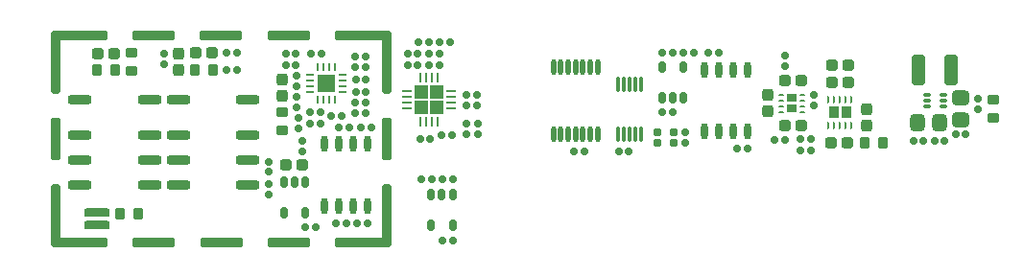
<source format=gtp>
G04*
G04 #@! TF.GenerationSoftware,Altium Limited,Altium Designer,24.10.1 (45)*
G04*
G04 Layer_Color=8421504*
%FSAX25Y25*%
%MOIN*%
G70*
G04*
G04 #@! TF.SameCoordinates,E9A5F422-793D-4FF6-AE78-97F5C49A065D*
G04*
G04*
G04 #@! TF.FilePolarity,Positive*
G04*
G01*
G75*
%ADD19R,0.03504X0.04449*%
%ADD20R,0.03543X0.02756*%
%ADD21R,0.04528X0.04528*%
G04:AMPARAMS|DCode=22|XSize=31.5mil|YSize=81.1mil|CornerRadius=7.87mil|HoleSize=0mil|Usage=FLASHONLY|Rotation=270.000|XOffset=0mil|YOffset=0mil|HoleType=Round|Shape=RoundedRectangle|*
%AMROUNDEDRECTD22*
21,1,0.03150,0.06535,0,0,270.0*
21,1,0.01575,0.08110,0,0,270.0*
1,1,0.01575,-0.03268,-0.00787*
1,1,0.01575,-0.03268,0.00787*
1,1,0.01575,0.03268,0.00787*
1,1,0.01575,0.03268,-0.00787*
%
%ADD22ROUNDEDRECTD22*%
%ADD23O,0.02362X0.05709*%
G04:AMPARAMS|DCode=24|XSize=9.84mil|YSize=23.62mil|CornerRadius=2.46mil|HoleSize=0mil|Usage=FLASHONLY|Rotation=0.000|XOffset=0mil|YOffset=0mil|HoleType=Round|Shape=RoundedRectangle|*
%AMROUNDEDRECTD24*
21,1,0.00984,0.01870,0,0,0.0*
21,1,0.00492,0.02362,0,0,0.0*
1,1,0.00492,0.00246,-0.00935*
1,1,0.00492,-0.00246,-0.00935*
1,1,0.00492,-0.00246,0.00935*
1,1,0.00492,0.00246,0.00935*
%
%ADD24ROUNDEDRECTD24*%
G04:AMPARAMS|DCode=25|XSize=37.4mil|YSize=41.34mil|CornerRadius=9.35mil|HoleSize=0mil|Usage=FLASHONLY|Rotation=270.000|XOffset=0mil|YOffset=0mil|HoleType=Round|Shape=RoundedRectangle|*
%AMROUNDEDRECTD25*
21,1,0.03740,0.02264,0,0,270.0*
21,1,0.01870,0.04134,0,0,270.0*
1,1,0.01870,-0.01132,-0.00935*
1,1,0.01870,-0.01132,0.00935*
1,1,0.01870,0.01132,0.00935*
1,1,0.01870,0.01132,-0.00935*
%
%ADD25ROUNDEDRECTD25*%
G04:AMPARAMS|DCode=26|XSize=37.4mil|YSize=41.34mil|CornerRadius=9.35mil|HoleSize=0mil|Usage=FLASHONLY|Rotation=0.000|XOffset=0mil|YOffset=0mil|HoleType=Round|Shape=RoundedRectangle|*
%AMROUNDEDRECTD26*
21,1,0.03740,0.02264,0,0,0.0*
21,1,0.01870,0.04134,0,0,0.0*
1,1,0.01870,0.00935,-0.01132*
1,1,0.01870,-0.00935,-0.01132*
1,1,0.01870,-0.00935,0.01132*
1,1,0.01870,0.00935,0.01132*
%
%ADD26ROUNDEDRECTD26*%
G04:AMPARAMS|DCode=27|XSize=39.37mil|YSize=35.43mil|CornerRadius=8.86mil|HoleSize=0mil|Usage=FLASHONLY|Rotation=270.000|XOffset=0mil|YOffset=0mil|HoleType=Round|Shape=RoundedRectangle|*
%AMROUNDEDRECTD27*
21,1,0.03937,0.01772,0,0,270.0*
21,1,0.02165,0.03543,0,0,270.0*
1,1,0.01772,-0.00886,-0.01083*
1,1,0.01772,-0.00886,0.01083*
1,1,0.01772,0.00886,0.01083*
1,1,0.01772,0.00886,-0.01083*
%
%ADD27ROUNDEDRECTD27*%
G04:AMPARAMS|DCode=28|XSize=23.62mil|YSize=23.62mil|CornerRadius=5.91mil|HoleSize=0mil|Usage=FLASHONLY|Rotation=270.000|XOffset=0mil|YOffset=0mil|HoleType=Round|Shape=RoundedRectangle|*
%AMROUNDEDRECTD28*
21,1,0.02362,0.01181,0,0,270.0*
21,1,0.01181,0.02362,0,0,270.0*
1,1,0.01181,-0.00591,-0.00591*
1,1,0.01181,-0.00591,0.00591*
1,1,0.01181,0.00591,0.00591*
1,1,0.01181,0.00591,-0.00591*
%
%ADD28ROUNDEDRECTD28*%
G04:AMPARAMS|DCode=29|XSize=25.2mil|YSize=25.2mil|CornerRadius=6.3mil|HoleSize=0mil|Usage=FLASHONLY|Rotation=180.000|XOffset=0mil|YOffset=0mil|HoleType=Round|Shape=RoundedRectangle|*
%AMROUNDEDRECTD29*
21,1,0.02520,0.01260,0,0,180.0*
21,1,0.01260,0.02520,0,0,180.0*
1,1,0.01260,-0.00630,0.00630*
1,1,0.01260,0.00630,0.00630*
1,1,0.01260,0.00630,-0.00630*
1,1,0.01260,-0.00630,-0.00630*
%
%ADD29ROUNDEDRECTD29*%
G04:AMPARAMS|DCode=30|XSize=25.2mil|YSize=25.2mil|CornerRadius=6.3mil|HoleSize=0mil|Usage=FLASHONLY|Rotation=270.000|XOffset=0mil|YOffset=0mil|HoleType=Round|Shape=RoundedRectangle|*
%AMROUNDEDRECTD30*
21,1,0.02520,0.01260,0,0,270.0*
21,1,0.01260,0.02520,0,0,270.0*
1,1,0.01260,-0.00630,-0.00630*
1,1,0.01260,-0.00630,0.00630*
1,1,0.01260,0.00630,0.00630*
1,1,0.01260,0.00630,-0.00630*
%
%ADD30ROUNDEDRECTD30*%
G04:AMPARAMS|DCode=31|XSize=9.84mil|YSize=19.68mil|CornerRadius=2.46mil|HoleSize=0mil|Usage=FLASHONLY|Rotation=90.000|XOffset=0mil|YOffset=0mil|HoleType=Round|Shape=RoundedRectangle|*
%AMROUNDEDRECTD31*
21,1,0.00984,0.01476,0,0,90.0*
21,1,0.00492,0.01968,0,0,90.0*
1,1,0.00492,0.00738,0.00246*
1,1,0.00492,0.00738,-0.00246*
1,1,0.00492,-0.00738,-0.00246*
1,1,0.00492,-0.00738,0.00246*
%
%ADD31ROUNDEDRECTD31*%
%ADD32O,0.00984X0.03347*%
%ADD33O,0.03347X0.00984*%
%ADD34O,0.03150X0.00984*%
%ADD35O,0.00984X0.03150*%
G04:AMPARAMS|DCode=36|XSize=58.27mil|YSize=58.27mil|CornerRadius=0mil|HoleSize=0mil|Usage=FLASHONLY|Rotation=0.000|XOffset=0mil|YOffset=0mil|HoleType=Round|Shape=RoundedRectangle|*
%AMROUNDEDRECTD36*
21,1,0.05827,0.05827,0,0,0.0*
21,1,0.05827,0.05827,0,0,0.0*
1,1,0.00000,0.02913,-0.02913*
1,1,0.00000,-0.02913,-0.02913*
1,1,0.00000,-0.02913,0.02913*
1,1,0.00000,0.02913,0.02913*
%
%ADD36ROUNDEDRECTD36*%
G04:AMPARAMS|DCode=37|XSize=11.81mil|YSize=26.38mil|CornerRadius=2.95mil|HoleSize=0mil|Usage=FLASHONLY|Rotation=270.000|XOffset=0mil|YOffset=0mil|HoleType=Round|Shape=RoundedRectangle|*
%AMROUNDEDRECTD37*
21,1,0.01181,0.02047,0,0,270.0*
21,1,0.00591,0.02638,0,0,270.0*
1,1,0.00591,-0.01024,-0.00295*
1,1,0.00591,-0.01024,0.00295*
1,1,0.00591,0.01024,0.00295*
1,1,0.00591,0.01024,-0.00295*
%
%ADD37ROUNDEDRECTD37*%
G04:AMPARAMS|DCode=38|XSize=31.5mil|YSize=149.61mil|CornerRadius=7.87mil|HoleSize=0mil|Usage=FLASHONLY|Rotation=180.000|XOffset=0mil|YOffset=0mil|HoleType=Round|Shape=RoundedRectangle|*
%AMROUNDEDRECTD38*
21,1,0.03150,0.13386,0,0,180.0*
21,1,0.01575,0.14961,0,0,180.0*
1,1,0.01575,-0.00787,0.06693*
1,1,0.01575,0.00787,0.06693*
1,1,0.01575,0.00787,-0.06693*
1,1,0.01575,-0.00787,-0.06693*
%
%ADD38ROUNDEDRECTD38*%
G04:AMPARAMS|DCode=39|XSize=31.5mil|YSize=149.61mil|CornerRadius=7.87mil|HoleSize=0mil|Usage=FLASHONLY|Rotation=270.000|XOffset=0mil|YOffset=0mil|HoleType=Round|Shape=RoundedRectangle|*
%AMROUNDEDRECTD39*
21,1,0.03150,0.13386,0,0,270.0*
21,1,0.01575,0.14961,0,0,270.0*
1,1,0.01575,-0.06693,-0.00787*
1,1,0.01575,-0.06693,0.00787*
1,1,0.01575,0.06693,0.00787*
1,1,0.01575,0.06693,-0.00787*
%
%ADD39ROUNDEDRECTD39*%
G04:AMPARAMS|DCode=40|XSize=31.5mil|YSize=218.5mil|CornerRadius=7.87mil|HoleSize=0mil|Usage=FLASHONLY|Rotation=180.000|XOffset=0mil|YOffset=0mil|HoleType=Round|Shape=RoundedRectangle|*
%AMROUNDEDRECTD40*
21,1,0.03150,0.20276,0,0,180.0*
21,1,0.01575,0.21850,0,0,180.0*
1,1,0.01575,-0.00787,0.10138*
1,1,0.01575,0.00787,0.10138*
1,1,0.01575,0.00787,-0.10138*
1,1,0.01575,-0.00787,-0.10138*
%
%ADD40ROUNDEDRECTD40*%
G04:AMPARAMS|DCode=41|XSize=31.5mil|YSize=196.06mil|CornerRadius=7.87mil|HoleSize=0mil|Usage=FLASHONLY|Rotation=270.000|XOffset=0mil|YOffset=0mil|HoleType=Round|Shape=RoundedRectangle|*
%AMROUNDEDRECTD41*
21,1,0.03150,0.18032,0,0,270.0*
21,1,0.01575,0.19606,0,0,270.0*
1,1,0.01575,-0.09016,-0.00787*
1,1,0.01575,-0.09016,0.00787*
1,1,0.01575,0.09016,0.00787*
1,1,0.01575,0.09016,-0.00787*
%
%ADD41ROUNDEDRECTD41*%
%ADD42O,0.01772X0.05512*%
%ADD43O,0.01378X0.05512*%
G04:AMPARAMS|DCode=44|XSize=23.62mil|YSize=39.37mil|CornerRadius=5.91mil|HoleSize=0mil|Usage=FLASHONLY|Rotation=180.000|XOffset=0mil|YOffset=0mil|HoleType=Round|Shape=RoundedRectangle|*
%AMROUNDEDRECTD44*
21,1,0.02362,0.02756,0,0,180.0*
21,1,0.01181,0.03937,0,0,180.0*
1,1,0.01181,-0.00591,0.01378*
1,1,0.01181,0.00591,0.01378*
1,1,0.01181,0.00591,-0.01378*
1,1,0.01181,-0.00591,-0.01378*
%
%ADD44ROUNDEDRECTD44*%
G04:AMPARAMS|DCode=45|XSize=25.2mil|YSize=27.56mil|CornerRadius=6.3mil|HoleSize=0mil|Usage=FLASHONLY|Rotation=90.000|XOffset=0mil|YOffset=0mil|HoleType=Round|Shape=RoundedRectangle|*
%AMROUNDEDRECTD45*
21,1,0.02520,0.01496,0,0,90.0*
21,1,0.01260,0.02756,0,0,90.0*
1,1,0.01260,0.00748,0.00630*
1,1,0.01260,0.00748,-0.00630*
1,1,0.01260,-0.00748,-0.00630*
1,1,0.01260,-0.00748,0.00630*
%
%ADD45ROUNDEDRECTD45*%
G04:AMPARAMS|DCode=46|XSize=88.58mil|YSize=30mil|CornerRadius=7.5mil|HoleSize=0mil|Usage=FLASHONLY|Rotation=180.000|XOffset=0mil|YOffset=0mil|HoleType=Round|Shape=RoundedRectangle|*
%AMROUNDEDRECTD46*
21,1,0.08858,0.01500,0,0,180.0*
21,1,0.07358,0.03000,0,0,180.0*
1,1,0.01500,-0.03679,0.00750*
1,1,0.01500,0.03679,0.00750*
1,1,0.01500,0.03679,-0.00750*
1,1,0.01500,-0.03679,-0.00750*
%
%ADD46ROUNDEDRECTD46*%
G04:AMPARAMS|DCode=47|XSize=23.62mil|YSize=23.62mil|CornerRadius=5.91mil|HoleSize=0mil|Usage=FLASHONLY|Rotation=0.000|XOffset=0mil|YOffset=0mil|HoleType=Round|Shape=RoundedRectangle|*
%AMROUNDEDRECTD47*
21,1,0.02362,0.01181,0,0,0.0*
21,1,0.01181,0.02362,0,0,0.0*
1,1,0.01181,0.00591,-0.00591*
1,1,0.01181,-0.00591,-0.00591*
1,1,0.01181,-0.00591,0.00591*
1,1,0.01181,0.00591,0.00591*
%
%ADD47ROUNDEDRECTD47*%
G04:AMPARAMS|DCode=48|XSize=107.09mil|YSize=48.42mil|CornerRadius=12.11mil|HoleSize=0mil|Usage=FLASHONLY|Rotation=270.000|XOffset=0mil|YOffset=0mil|HoleType=Round|Shape=RoundedRectangle|*
%AMROUNDEDRECTD48*
21,1,0.10709,0.02421,0,0,270.0*
21,1,0.08287,0.04842,0,0,270.0*
1,1,0.02421,-0.01211,-0.04144*
1,1,0.02421,-0.01211,0.04144*
1,1,0.02421,0.01211,0.04144*
1,1,0.02421,0.01211,-0.04144*
%
%ADD48ROUNDEDRECTD48*%
G04:AMPARAMS|DCode=49|XSize=59.06mil|YSize=51.18mil|CornerRadius=12.8mil|HoleSize=0mil|Usage=FLASHONLY|Rotation=180.000|XOffset=0mil|YOffset=0mil|HoleType=Round|Shape=RoundedRectangle|*
%AMROUNDEDRECTD49*
21,1,0.05906,0.02559,0,0,180.0*
21,1,0.03347,0.05118,0,0,180.0*
1,1,0.02559,-0.01673,0.01280*
1,1,0.02559,0.01673,0.01280*
1,1,0.02559,0.01673,-0.01280*
1,1,0.02559,-0.01673,-0.01280*
%
%ADD49ROUNDEDRECTD49*%
G04:AMPARAMS|DCode=50|XSize=59.06mil|YSize=51.18mil|CornerRadius=12.8mil|HoleSize=0mil|Usage=FLASHONLY|Rotation=270.000|XOffset=0mil|YOffset=0mil|HoleType=Round|Shape=RoundedRectangle|*
%AMROUNDEDRECTD50*
21,1,0.05906,0.02559,0,0,270.0*
21,1,0.03347,0.05118,0,0,270.0*
1,1,0.02559,-0.01280,-0.01673*
1,1,0.02559,-0.01280,0.01673*
1,1,0.02559,0.01280,0.01673*
1,1,0.02559,0.01280,-0.01673*
%
%ADD50ROUNDEDRECTD50*%
G04:AMPARAMS|DCode=51|XSize=39.37mil|YSize=35.43mil|CornerRadius=8.86mil|HoleSize=0mil|Usage=FLASHONLY|Rotation=0.000|XOffset=0mil|YOffset=0mil|HoleType=Round|Shape=RoundedRectangle|*
%AMROUNDEDRECTD51*
21,1,0.03937,0.01772,0,0,0.0*
21,1,0.02165,0.03543,0,0,0.0*
1,1,0.01772,0.01083,-0.00886*
1,1,0.01772,-0.01083,-0.00886*
1,1,0.01772,-0.01083,0.00886*
1,1,0.01772,0.01083,0.00886*
%
%ADD51ROUNDEDRECTD51*%
D19*
X0331397Y0052560D02*
D03*
X0327067D02*
D03*
D20*
X0312463Y0057581D02*
D03*
Y0054037D02*
D03*
D21*
X0183859Y0054331D02*
D03*
Y0059646D02*
D03*
X0189173D02*
D03*
Y0054331D02*
D03*
D22*
X0099429Y0027264D02*
D03*
X0123602D02*
D03*
Y0035925D02*
D03*
X0099429D02*
D03*
X0123602Y0057185D02*
D03*
X0099429D02*
D03*
Y0044587D02*
D03*
X0123602D02*
D03*
X0065158Y0027264D02*
D03*
X0089331D02*
D03*
Y0035925D02*
D03*
X0065158D02*
D03*
X0089331Y0057185D02*
D03*
X0065158D02*
D03*
Y0044587D02*
D03*
X0089331D02*
D03*
D23*
X0281988Y0045965D02*
D03*
X0286988D02*
D03*
X0291988D02*
D03*
X0296988D02*
D03*
X0281988Y0067421D02*
D03*
X0286988D02*
D03*
X0291988D02*
D03*
X0296988D02*
D03*
X0164980Y0020177D02*
D03*
X0154980Y0041634D02*
D03*
X0159980D02*
D03*
X0154980Y0020177D02*
D03*
X0159980D02*
D03*
X0149980D02*
D03*
Y0041634D02*
D03*
X0164980D02*
D03*
D24*
X0333169Y0057087D02*
D03*
X0331201D02*
D03*
X0329232D02*
D03*
X0327264D02*
D03*
X0325295D02*
D03*
X0333169Y0048031D02*
D03*
X0331201D02*
D03*
X0329232D02*
D03*
X0327264D02*
D03*
X0325295D02*
D03*
D25*
X0315711Y0063683D02*
D03*
X0310002D02*
D03*
X0332185Y0068898D02*
D03*
X0326476D02*
D03*
X0332185Y0062992D02*
D03*
X0326476D02*
D03*
X0326181Y0042126D02*
D03*
X0331890D02*
D03*
X0111221Y0073228D02*
D03*
X0105512D02*
D03*
X0310002Y0047935D02*
D03*
X0315711D02*
D03*
X0136713Y0034350D02*
D03*
X0142421D02*
D03*
X0071457Y0073130D02*
D03*
X0077165D02*
D03*
D26*
X0338484Y0053839D02*
D03*
Y0048130D02*
D03*
X0099508Y0067323D02*
D03*
Y0073032D02*
D03*
X0303998Y0052955D02*
D03*
Y0058663D02*
D03*
X0135335Y0064173D02*
D03*
Y0058465D02*
D03*
D27*
X0337697Y0042126D02*
D03*
X0343996D02*
D03*
X0111516Y0067224D02*
D03*
X0105217D02*
D03*
X0071161Y0067224D02*
D03*
X0077461D02*
D03*
X0085532Y0017224D02*
D03*
X0079232D02*
D03*
D28*
X0116142Y0067224D02*
D03*
X0119685D02*
D03*
X0306496Y0043110D02*
D03*
X0310039D02*
D03*
X0358268Y0042717D02*
D03*
X0354724D02*
D03*
X0319156Y0039471D02*
D03*
X0315612D02*
D03*
X0362008Y0042717D02*
D03*
X0365551D02*
D03*
X0315612Y0043211D02*
D03*
X0319156D02*
D03*
X0203150Y0055118D02*
D03*
X0199606D02*
D03*
X0203150Y0058661D02*
D03*
X0199606D02*
D03*
X0186909Y0043504D02*
D03*
X0183366D02*
D03*
X0369390Y0044882D02*
D03*
X0372933D02*
D03*
X0183760Y0029528D02*
D03*
X0187303D02*
D03*
X0161024Y0059842D02*
D03*
X0164567D02*
D03*
X0164469Y0056201D02*
D03*
X0160925D02*
D03*
X0154232Y0013976D02*
D03*
X0157776D02*
D03*
X0164567Y0064075D02*
D03*
X0161024D02*
D03*
X0186319Y0076968D02*
D03*
X0182776D02*
D03*
D29*
X0094587Y0072973D02*
D03*
Y0069350D02*
D03*
X0320079Y0055079D02*
D03*
Y0058701D02*
D03*
X0275492Y0045610D02*
D03*
Y0041988D02*
D03*
X0140354Y0058012D02*
D03*
Y0054390D02*
D03*
X0130905Y0023976D02*
D03*
Y0027598D02*
D03*
D30*
X0116201Y0073228D02*
D03*
X0119823D02*
D03*
X0252323Y0039173D02*
D03*
X0255945D02*
D03*
X0283347Y0073425D02*
D03*
X0286969D02*
D03*
X0293484Y0040059D02*
D03*
X0297106D02*
D03*
X0194331Y0044783D02*
D03*
X0190709D02*
D03*
X0186476Y0073130D02*
D03*
X0190098D02*
D03*
X0186476Y0069193D02*
D03*
X0190098D02*
D03*
X0182618D02*
D03*
X0178996D02*
D03*
X0236870Y0039173D02*
D03*
X0240492D02*
D03*
X0191102Y0029528D02*
D03*
X0194724D02*
D03*
X0191102Y0007874D02*
D03*
X0194724D02*
D03*
X0147087Y0012795D02*
D03*
X0143465D02*
D03*
X0164508Y0052461D02*
D03*
X0160886D02*
D03*
X0166378Y0047441D02*
D03*
X0162756D02*
D03*
X0155276D02*
D03*
X0158898D02*
D03*
X0140295Y0073130D02*
D03*
X0136673D02*
D03*
X0164508Y0072146D02*
D03*
X0160886D02*
D03*
X0140295Y0069193D02*
D03*
X0136673D02*
D03*
X0149055Y0073130D02*
D03*
X0145433D02*
D03*
X0152618Y0051378D02*
D03*
X0156240D02*
D03*
X0148661Y0052658D02*
D03*
X0145039D02*
D03*
X0145039Y0048720D02*
D03*
X0148661D02*
D03*
X0161575Y0013976D02*
D03*
X0165197D02*
D03*
X0178996Y0073130D02*
D03*
X0182618D02*
D03*
X0164508Y0068209D02*
D03*
X0160886D02*
D03*
X0274862Y0073425D02*
D03*
X0278484D02*
D03*
X0267382Y0073425D02*
D03*
X0271004D02*
D03*
X0271004Y0052756D02*
D03*
X0267382D02*
D03*
X0193740Y0077067D02*
D03*
X0190118D02*
D03*
D31*
X0316203Y0052856D02*
D03*
Y0054825D02*
D03*
Y0056793D02*
D03*
Y0058762D02*
D03*
X0308723Y0052856D02*
D03*
Y0054825D02*
D03*
Y0056793D02*
D03*
Y0058762D02*
D03*
D32*
X0185531Y0064567D02*
D03*
X0183563D02*
D03*
X0189469Y0049409D02*
D03*
X0187500D02*
D03*
X0185531D02*
D03*
X0183563D02*
D03*
X0187500Y0064567D02*
D03*
X0189469D02*
D03*
D33*
X0194095Y0059941D02*
D03*
Y0057972D02*
D03*
Y0056004D02*
D03*
Y0054035D02*
D03*
X0178937D02*
D03*
Y0056004D02*
D03*
Y0057972D02*
D03*
Y0059941D02*
D03*
D34*
X0156398Y0059842D02*
D03*
X0144980Y0061811D02*
D03*
X0156398Y0063779D02*
D03*
X0144980Y0059842D02*
D03*
Y0063779D02*
D03*
X0156398Y0065748D02*
D03*
Y0061811D02*
D03*
X0144980Y0065748D02*
D03*
D35*
X0153642Y0068504D02*
D03*
X0147736D02*
D03*
X0151673D02*
D03*
Y0057087D02*
D03*
X0149705Y0068504D02*
D03*
X0153642Y0057087D02*
D03*
X0149705D02*
D03*
X0147736D02*
D03*
D36*
X0150689Y0062795D02*
D03*
D37*
X0365217Y0054823D02*
D03*
Y0056791D02*
D03*
Y0058760D02*
D03*
X0359390D02*
D03*
Y0056791D02*
D03*
Y0054823D02*
D03*
D38*
X0056890Y0043504D02*
D03*
X0171693D02*
D03*
D39*
X0090669Y0079528D02*
D03*
X0137913D02*
D03*
X0114291D02*
D03*
X0090680Y0007501D02*
D03*
X0137924D02*
D03*
X0114302D02*
D03*
D40*
X0171693Y0070176D02*
D03*
X0056890D02*
D03*
X0056900Y0016853D02*
D03*
X0171703D02*
D03*
D41*
X0163466Y0079528D02*
D03*
X0065119D02*
D03*
X0065127Y0007501D02*
D03*
X0163474D02*
D03*
D42*
X0239961Y0045079D02*
D03*
X0245079Y0068307D02*
D03*
X0242520D02*
D03*
X0239961D02*
D03*
X0237402D02*
D03*
X0234842D02*
D03*
X0232283D02*
D03*
X0229724D02*
D03*
X0245079Y0045079D02*
D03*
X0242520D02*
D03*
X0237402D02*
D03*
X0234842D02*
D03*
X0232283D02*
D03*
X0229724D02*
D03*
D43*
X0252264Y0045079D02*
D03*
X0260138Y0062402D02*
D03*
X0258169D02*
D03*
X0256201D02*
D03*
X0254232D02*
D03*
X0252264D02*
D03*
X0260138Y0045079D02*
D03*
X0258169D02*
D03*
X0256201D02*
D03*
X0254232D02*
D03*
D44*
X0267323Y0057776D02*
D03*
X0271063D02*
D03*
X0274803D02*
D03*
Y0068405D02*
D03*
X0267323D02*
D03*
X0194685Y0024016D02*
D03*
X0190945D02*
D03*
X0187205D02*
D03*
Y0013386D02*
D03*
X0194685D02*
D03*
X0143504Y0028445D02*
D03*
X0139764D02*
D03*
X0136024D02*
D03*
Y0017815D02*
D03*
X0143504D02*
D03*
D45*
X0271358Y0045650D02*
D03*
X0265846D02*
D03*
Y0041949D02*
D03*
X0271358D02*
D03*
D46*
X0071260Y0017815D02*
D03*
Y0013287D02*
D03*
D47*
X0199606Y0045079D02*
D03*
Y0048622D02*
D03*
X0310039Y0072244D02*
D03*
Y0068701D02*
D03*
X0377165Y0053740D02*
D03*
Y0057284D02*
D03*
X0140354Y0061713D02*
D03*
Y0065256D02*
D03*
X0130807Y0031890D02*
D03*
Y0035433D02*
D03*
X0141240Y0047047D02*
D03*
Y0050591D02*
D03*
X0142618Y0042717D02*
D03*
Y0039173D02*
D03*
X0203543Y0045079D02*
D03*
Y0048622D02*
D03*
D48*
X0367756Y0067421D02*
D03*
X0356457D02*
D03*
D49*
X0371063Y0057579D02*
D03*
Y0050098D02*
D03*
D50*
X0356201Y0048917D02*
D03*
X0363681D02*
D03*
D51*
X0382480Y0050689D02*
D03*
Y0056988D02*
D03*
X0135335Y0052658D02*
D03*
Y0046358D02*
D03*
X0083150Y0067028D02*
D03*
Y0073327D02*
D03*
M02*

</source>
